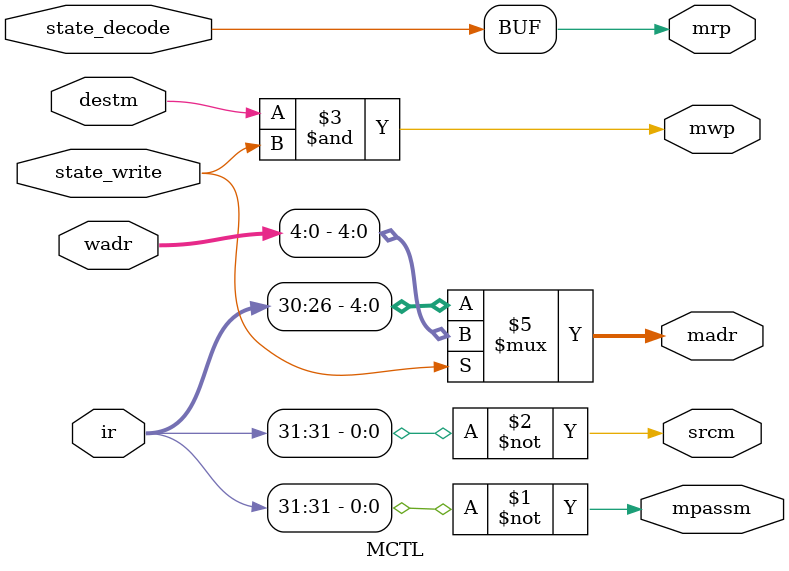
<source format=v>

`timescale 1ns/1ps
`default_nettype none

module MCTL(/*AUTOARG*/
   // Outputs
   madr, mpassm, mrp, mwp, srcm,
   // Inputs
   state_decode, state_write, ir, wadr, destm
   );

   input state_decode;
   input state_write;

   input [48:0] ir;
   input [9:0] wadr;
   input destm;
   output [4:0] madr;
   output mpassm;
   output mrp;
   output mwp;
   output srcm;

   ////////////////////////////////////////////////////////////////////////////////

   assign mpassm = ~ir[31];
   assign srcm = ~ir[31];
   assign mrp = state_decode;
   assign mwp = destm & state_write;

   // Use WADR during STATE_WRITE.
   ///---!!! why use WADR during STATE_WRITE?
   assign madr = ~state_write ? ir[30:26] : wadr[4:0];

endmodule

`default_nettype wire

// Local Variables:
// verilog-library-directories: ("..")
// End:

</source>
